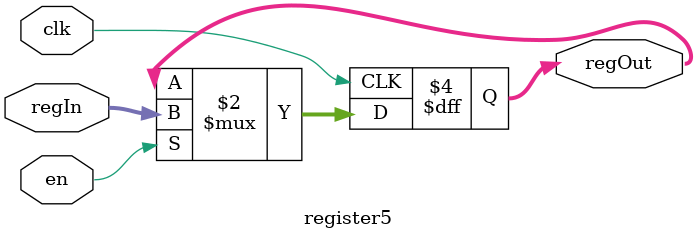
<source format=v>
module register5 (clk, regIn, regOut , en);
  input clk, en;
  input [4:0] regIn;
  output reg [4:0] regOut;
  always @ (posedge clk)  begin
  if(en)
    begin
    regOut <= regIn;
    end
  end
endmodule // register
</source>
